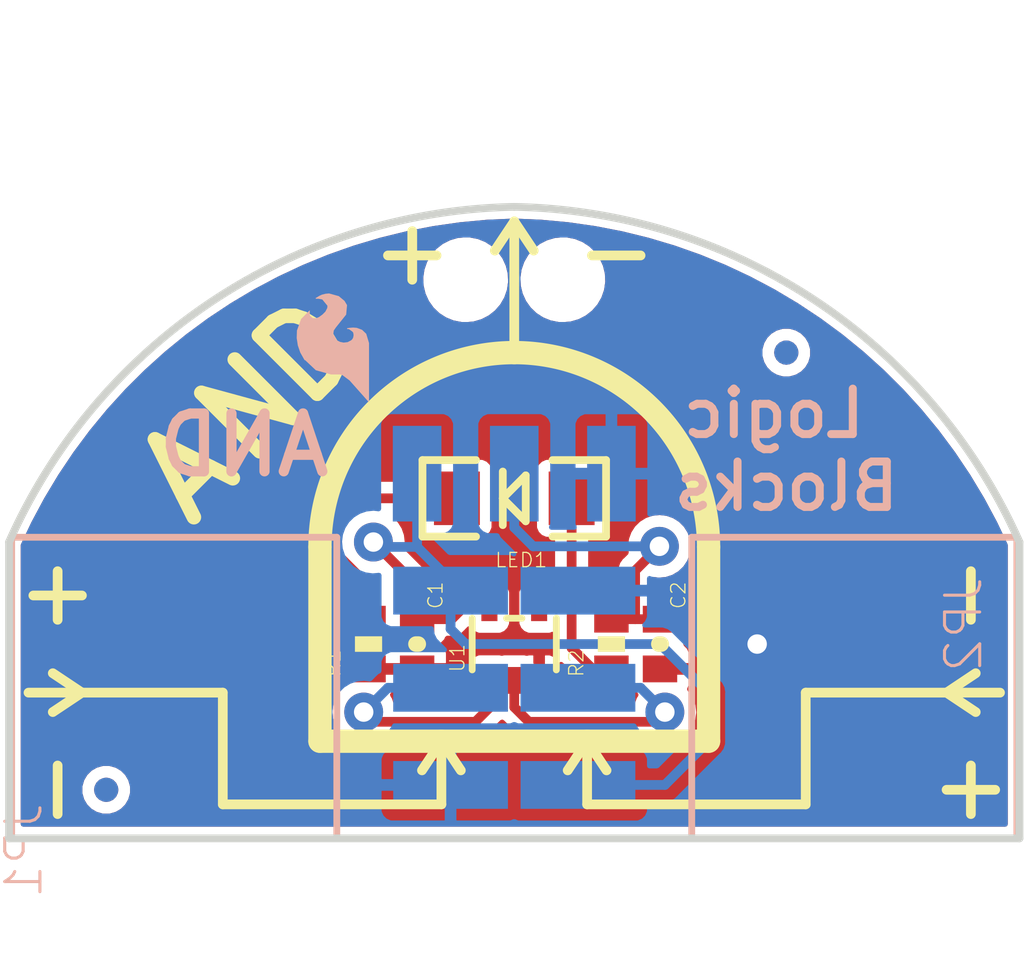
<source format=kicad_pcb>
(kicad_pcb (version 20211014) (generator pcbnew)
  (layers (0 "F.Cu" signal) (31 "B.Cu" signal) (34 "B.Paste" user) (35 "F.Paste" user) (36 "B.SilkS" user "B.Silkscreen") (37 "F.SilkS" user "F.Silkscreen") (38 "B.Mask" user) (39 "F.Mask" user) (44 "Edge.Cuts" user))
  (net 0 "")
  (net 1 "GND")
  (net 2 "VCC")
  (net 3 "N$1")
  (net 4 "N$2")
  (net 5 "N$4")
  (net 6 "N$5")
  (net 7 "N$3")
  (footprint "eagleBoard:0402-CAP" (layer "F.Cu") (at 152.3111 108.1786 -90)
    (fp_text reference "C2" (at -0.889 -0.6985 -90) (layer "F.SilkS") (effects (font (size 0.373888 0.373888) (thickness 0.032512)) (justify left bottom)))
    (fp_text value "1uF")
    (fp_line (start 0 -0.0305) (end 0 0.0305) (layer "F.SilkS") (width 0.4064))
    (pad "1" smd rect (at -0.65 0 270) (size 0.7 0.9) (layers "F.Cu" "F.Paste" "F.Mask") (net 7 "N$3"))
    (pad "2" smd rect (at 0.65 0 270) (size 0.7 0.9) (layers "F.Cu" "F.Paste" "F.Mask") (net 1 "GND"))
  )
  (footprint "eagleBoard:0402-RES" (layer "F.Cu") (at 144.6911 108.1786 90)
    (fp_text reference "R1" (at -0.889 -0.6985 90) (layer "F.SilkS") (effects (font (size 0.373888 0.373888) (thickness 0.032512)) (justify left bottom)))
    (fp_text value "200")
    (fp_poly (pts (xy -0.2032 0.3556) (xy 0.2032 0.3556) (xy 0.2032 -0.3556) (xy -0.2032 -0.3556)) (layer "F.SilkS") (width 0) (fill solid))
    (pad "1" smd rect (at -0.65 0 90) (size 0.7 0.9) (layers "F.Cu" "F.Paste" "F.Mask") (net 1 "GND"))
    (pad "2" smd rect (at 0.65 0 90) (size 0.7 0.9) (layers "F.Cu" "F.Paste" "F.Mask") (net 6 "N$5"))
  )
  (footprint "eagleBoard:0402-RES" (layer "F.Cu") (at 151.0411 108.1786 90)
    (fp_text reference "R2" (at -0.889 -0.6985 90) (layer "F.SilkS") (effects (font (size 0.373888 0.373888) (thickness 0.032512)) (justify left bottom)))
    (fp_text value "499k")
    (fp_poly (pts (xy -0.2032 0.3556) (xy 0.2032 0.3556) (xy 0.2032 -0.3556) (xy -0.2032 -0.3556)) (layer "F.SilkS") (width 0) (fill solid))
    (pad "1" smd rect (at -0.65 0 90) (size 0.7 0.9) (layers "F.Cu" "F.Paste" "F.Mask") (net 5 "N$4"))
    (pad "2" smd rect (at 0.65 0 90) (size 0.7 0.9) (layers "F.Cu" "F.Paste" "F.Mask") (net 7 "N$3"))
  )
  (footprint "eagleBoard:LED-1206" (layer "F.Cu") (at 148.5011 104.3686 180)
    (fp_text reference "LED1" (at -0.889 -1.397 180) (layer "F.SilkS") (effects (font (size 0.373888 0.373888) (thickness 0.032512)) (justify right top)))
    (fp_text value "BLUE")
    (fp_line (start 0.3 -0.7) (end 0.3 0) (layer "F.SilkS") (width 0.2032))
    (fp_line (start 1 -1) (end 2.4 -1) (layer "F.SilkS") (width 0.2032))
    (fp_line (start 0.3 0) (end 0.3 0.7) (layer "F.SilkS") (width 0.2032))
    (fp_line (start 2.4 1) (end 1 1) (layer "F.SilkS") (width 0.2032))
    (fp_line (start 2.4 -1) (end 2.4 1) (layer "F.SilkS") (width 0.2032))
    (fp_line (start -1 -1) (end -2.4 -1) (layer "F.SilkS") (width 0.2032))
    (fp_line (start 0.3 0) (end -0.3 -0.6) (layer "F.SilkS") (width 0.2032))
    (fp_line (start -2.4 -1) (end -2.4 1) (layer "F.SilkS") (width 0.2032))
    (fp_line (start -2.4 1) (end -1 1) (layer "F.SilkS") (width 0.2032))
    (fp_line (start -0.3 0.6) (end 0.3 0) (layer "F.SilkS") (width 0.2032))
    (fp_line (start -0.3 -0.6) (end -0.3 0.6) (layer "F.SilkS") (width 0.2032))
    (pad "A" smd rect (at -1.5 0 180) (size 1.2 1.4) (layers "F.Cu" "F.Paste" "F.Mask") (net 5 "N$4"))
    (pad "C" smd rect (at 1.5 0 180) (size 1.2 1.4) (layers "F.Cu" "F.Paste" "F.Mask") (net 6 "N$5"))
  )
  (footprint "eagleBoard:0402-CAP" (layer "F.Cu") (at 145.9611 108.1786 -90)
    (fp_text reference "C1" (at -0.889 -0.6985 -90) (layer "F.SilkS") (effects (font (size 0.373888 0.373888) (thickness 0.032512)) (justify left bottom)))
    (fp_text value "0.1uF")
    (fp_line (start 0 -0.0305) (end 0 0.0305) (layer "F.SilkS") (width 0.4064))
    (pad "1" smd rect (at -0.65 0 270) (size 0.7 0.9) (layers "F.Cu" "F.Paste" "F.Mask") (net 2 "VCC"))
    (pad "2" smd rect (at 0.65 0 270) (size 0.7 0.9) (layers "F.Cu" "F.Paste" "F.Mask") (net 1 "GND"))
  )
  (footprint "eagleBoard:SOT353" (layer "F.Cu") (at 148.5011 108.1786)
    (fp_text reference "U1" (at -1.27 0.762 90) (layer "F.SilkS") (effects (font (size 0.373888 0.373888) (thickness 0.032512)) (justify left bottom)))
    (fp_text value "7408SE")
    (fp_line (start 1.1 -0.675) (end 1.1 0.675) (layer "F.SilkS") (width 0.1778))
    (fp_line (start -0.2 -0.675) (end 0.2 -0.675) (layer "F.SilkS") (width 0.1778))
    (fp_line (start -1.1 0.675) (end -1.1 -0.675) (layer "F.SilkS") (width 0.1778))
    (pad "1" smd rect (at -0.65 0.95) (size 0.42 0.7) (layers "F.Cu" "F.Paste" "F.Mask") (net 3 "N$1"))
    (pad "2" smd rect (at 0 0.95) (size 0.42 0.7) (layers "F.Cu" "F.Paste" "F.Mask") (net 4 "N$2"))
    (pad "3" smd rect (at 0.65 0.95) (size 0.42 0.7) (layers "F.Cu" "F.Paste" "F.Mask") (net 1 "GND"))
    (pad "4" smd rect (at 0.65 -0.95) (size 0.42 0.7) (layers "F.Cu" "F.Paste" "F.Mask") (net 5 "N$4"))
    (pad "5" smd rect (at -0.65 -0.95) (size 0.42 0.7) (layers "F.Cu" "F.Paste" "F.Mask") (net 2 "VCC"))
  )
  (footprint "eagleBoard:MICRO-FIDUCIAL" (layer "F.Cu") (at 155.6131 100.5586)
    (fp_text reference "JP8" hide)
    (fp_text value "FIDUCIALUFIDUCIAL" hide)
    (pad "1" smd roundrect (at 0 0) (size 0.635 0.635) (layers "F.Cu" "F.Mask") (roundrect_rratio 0.5))
  )
  (footprint "eagleBoard:MICRO-FIDUCIAL" (layer "F.Cu") (at 137.8331 111.9886)
    (fp_text reference "JP7" hide)
    (fp_text value "FIDUCIALUFIDUCIAL" hide)
    (pad "1" smd roundrect (at 0 0) (size 0.635 0.635) (layers "F.Cu" "F.Mask") (roundrect_rratio 0.5))
  )
  (footprint "eagleBoard:1X03-SMD-FEMALE" (layer "B.Cu") (at 157.3911 109.3216 -90)
    (fp_text reference "JP2" (at -2.955 -3.395 90) (layer "B.SilkS") (effects (font (size 0.92 0.92) (thickness 0.08)) (justify left bottom mirror)))
    (fp_text value "INPUT")
    (fp_line (start -3.935 -4.25) (end 3.935 -4.25) (layer "B.SilkS") (width 0.1778))
    (fp_line (start 3.935 -4.25) (end 3.935 4.25) (layer "B.SilkS") (width 0.1778))
    (fp_line (start -3.935 4.25) (end -3.935 -4.25) (layer "B.SilkS") (width 0.1778))
    (fp_line (start 3.935 4.25) (end -3.935 4.25) (layer "B.SilkS") (width 0.1778))
    (pad "4" smd rect (at 2.54 7.225 90) (size 1.25 3) (layers "B.Cu" "B.Paste" "B.Mask") (net 2 "VCC"))
    (pad "5" smd rect (at 0 7.225 90) (size 1.25 3) (layers "B.Cu" "B.Paste" "B.Mask") (net 4 "N$2"))
    (pad "6" smd rect (at -2.54 7.225 90) (size 1.25 3) (layers "B.Cu" "B.Paste" "B.Mask") (net 1 "GND"))
  )
  (footprint "eagleBoard:SFE-LOGO-FLAME" (layer "B.Cu") (at 144.6911 101.8286 180)
    (fp_text reference "JP5" hide)
    (fp_text value "LOGO-SFESK" hide)
    (fp_poly (pts (xy 1.126002 2.808203) (xy 1.215449 2.785829) (xy 1.228477 2.780783) (xy 1.240149 2.774875) (xy 1.25686 2.766576) (xy 1.275552 2.759834) (xy 1.371694 2.7026) (xy 1.3793 2.7026) (xy 1.3793 2.6772) (xy 1.306833 2.6772) (xy 1.208418 2.657914) (xy 1.074855 2.495286) (xy 1.079365 2.436825) (xy 1.12809 2.341869) (xy 1.204666 2.265196) (xy 1.294069 2.200638) (xy 1.369348 2.168824) (xy 1.450737 2.171632) (xy 1.458864 2.174186) (xy 1.466257 2.177389) (xy 1.530514 2.236956) (xy 1.5368 2.259812) (xy 1.5368 2.377938) (xy 1.763707 2.148127) (xy 1.868186 1.856841) (xy 1.871603 1.856894) (xy 1.87806 1.650435) (xy 1.848857 1.45742) (xy 1.785308 1.272842) (xy 1.6663 1.061578) (xy 1.6663 1.080581) (xy 1.378131 0.80901) (xy 0.982239 0.6985) (xy 0.753005 0.6985) (xy 0.716201 0.692046) (xy 0.681776 0.679592) (xy 0.496322 0.541784) (xy -0.0126 -0.03091) (xy -0.0126 1.52077) (xy 0.060004 1.761967) (xy 0.168295 1.865489) (xy 0.307122 1.917522) (xy 0.4039 1.925089) (xy 0.499384 1.917623) (xy 0.55991 1.908099) (xy 0.557788 1.884433) (xy 0.522216 1.885242) (xy 0.501784 1.876141) (xy 0.420519 1.817154) (xy 0.400722 1.79067) (xy 0.390395 1.7285) (xy 0.400905 1.665229) (xy 0.421405 1.625174) (xy 0.452343 1.592685) (xy 0.546535 1.54355) (xy 0.652229 1.531742) (xy 0.742768 1.550084) (xy 0.82422 1.589656) (xy 0.92203 1.754659) (xy 0.907706 1.848844) (xy 0.850914 1.930401) (xy 0.584707 2.263237) (xy 0.561667 2.510855) (xy 0.627495 2.621556) (xy 0.629042 2.623103) (xy 0.778901 2.74712) (xy 1.032676 2.817064)) (layer "B.SilkS") (width 0) (fill solid))
  )
  (footprint "eagleBoard:1X03-SMD-FEMALE" (layer "B.Cu") (at 139.6111 109.3216 90)
    (fp_text reference "JP1" (at -2.955 -3.395 270) (layer "B.SilkS") (effects (font (size 0.92 0.92) (thickness 0.08)) (justify left bottom mirror)))
    (fp_text value "INPUT")
    (fp_line (start -3.935 4.25) (end -3.935 -4.25) (layer "B.SilkS") (width 0.1778))
    (fp_line (start 3.935 -4.25) (end 3.935 4.25) (layer "B.SilkS") (width 0.1778))
    (fp_line (start -3.935 -4.25) (end 3.935 -4.25) (layer "B.SilkS") (width 0.1778))
    (fp_line (start 3.935 4.25) (end -3.935 4.25) (layer "B.SilkS") (width 0.1778))
    (pad "4" smd rect (at 2.54 7.225 270) (size 1.25 3) (layers "B.Cu" "B.Paste" "B.Mask") (net 2 "VCC"))
    (pad "5" smd rect (at 0 7.225 270) (size 1.25 3) (layers "B.Cu" "B.Paste" "B.Mask") (net 3 "N$1"))
    (pad "6" smd rect (at -2.54 7.225 270) (size 1.25 3) (layers "B.Cu" "B.Paste" "B.Mask") (net 1 "GND"))
  )
  (footprint "eagleBoard:1X03_SMD_RA_MALE_POST" (layer "B.Cu") (at 148.5011 98.6536)
    (fp_text reference "JP9" hide)
    (fp_text value "OUTPUT" hide)
    (pad "" np_thru_hole circle (at 1.27 0) (size 1.6 1.6) (drill 1.6) (layers *.Cu *.Mask))
    (pad "" np_thru_hole circle (at -1.27 0) (size 1.6 1.6) (drill 1.6) (layers *.Cu *.Mask))
    (pad "1" smd rect (at -2.54 5.07 270) (size 2.5 1.27) (layers "B.Cu" "B.Paste" "B.Mask") (net 2 "VCC"))
    (pad "2" smd rect (at 0 5.07 270) (size 2.5 1.27) (layers "B.Cu" "B.Paste" "B.Mask") (net 7 "N$3"))
    (pad "3" smd rect (at 2.54 5.07 270) (size 2.5 1.27) (layers "B.Cu" "B.Paste" "B.Mask") (net 1 "GND"))
  )
  (footprint "eagleBoard:MICRO-FIDUCIAL" (layer "B.Cu") (at 137.8331 111.9886 180)
    (fp_text reference "JP4" hide)
    (fp_text value "FIDUCIALUFIDUCIAL" hide)
    (pad "1" smd roundrect (at 0 0 180) (size 0.635 0.635) (layers "B.Cu" "B.Mask") (roundrect_rratio 0.5))
  )
  (footprint "eagleBoard:MICRO-FIDUCIAL" (layer "B.Cu") (at 155.6131 100.5586 180)
    (fp_text reference "JP6" hide)
    (fp_text value "FIDUCIALUFIDUCIAL" hide)
    (pad "1" smd roundrect (at 0 0 180) (size 0.635 0.635) (layers "B.Cu" "B.Mask") (roundrect_rratio 0.5))
  )
  (gr_line (start 140.8811 109.4486) (end 137.1981 109.4486) (layer "F.SilkS") (width 0.254))
  (gr_line (start 145.8341 97.3836) (end 145.8341 98.6536) (layer "F.SilkS") (width 0.254))
  (gr_line (start 137.1981 106.9086) (end 135.9281 106.9086) (layer "F.SilkS") (width 0.254))
  (gr_arc (start 148.5011 100.5586) (mid 152.093202 102.046498) (end 153.5811 105.6386) (layer "F.SilkS") (width 0.6096))
  (gr_line (start 137.1981 109.4486) (end 136.4361 109.9566) (layer "F.SilkS") (width 0.254))
  (gr_line (start 159.8041 109.4486) (end 160.5661 109.9566) (layer "F.SilkS") (width 0.254))
  (gr_line (start 137.1981 109.4486) (end 136.4361 108.9406) (layer "F.SilkS") (width 0.254))
  (gr_line (start 146.5961 110.7186) (end 146.0881 111.4806) (layer "F.SilkS") (width 0.254))
  (gr_line (start 146.5961 110.7186) (end 147.1041 111.4806) (layer "F.SilkS") (width 0.254))
  (gr_line (start 150.4061 110.7186) (end 153.5811 110.7186) (layer "F.SilkS") (width 0.6096))
  (gr_line (start 156.1211 112.3696) (end 156.1211 109.4486) (layer "F.SilkS") (width 0.254))
  (gr_line (start 150.4061 110.7186) (end 150.4061 112.3696) (layer "F.SilkS") (width 0.254))
  (gr_line (start 150.4061 110.7186) (end 149.8981 111.4806) (layer "F.SilkS") (width 0.254))
  (gr_line (start 143.4211 105.6386) (end 143.4211 110.7186) (layer "F.SilkS") (width 0.6096))
  (gr_line (start 146.4691 98.0186) (end 145.1991 98.0186) (layer "F.SilkS") (width 0.254))
  (gr_line (start 140.8811 112.3696) (end 140.8811 109.4486) (layer "F.SilkS") (width 0.254))
  (gr_line (start 159.8041 111.9886) (end 161.0741 111.9886) (layer "F.SilkS") (width 0.254))
  (gr_line (start 153.5811 110.7186) (end 153.5811 105.6386) (layer "F.SilkS") (width 0.6096))
  (gr_line (start 148.5011 97.1296) (end 147.9931 97.8916) (layer "F.SilkS") (width 0.254))
  (gr_line (start 159.8041 109.4486) (end 156.1211 109.4486) (layer "F.SilkS") (width 0.254))
  (gr_line (start 136.5631 112.6236) (end 136.5631 111.3536) (layer "F.SilkS") (width 0.254))
  (gr_line (start 150.4061 112.3696) (end 156.1211 112.3696) (layer "F.SilkS") (width 0.254))
  (gr_line (start 148.5011 97.1296) (end 149.0091 97.8916) (layer "F.SilkS") (width 0.254))
  (gr_arc (start 143.4211 105.6386) (mid 144.908998 102.046498) (end 148.5011 100.5586) (layer "F.SilkS") (width 0.6096))
  (gr_line (start 159.8041 109.4486) (end 160.5661 108.9406) (layer "F.SilkS") (width 0.254))
  (gr_line (start 160.4391 106.2736) (end 160.4391 107.5436) (layer "F.SilkS") (width 0.254))
  (gr_line (start 160.4391 111.3536) (end 160.4391 112.6236) (layer "F.SilkS") (width 0.254))
  (gr_line (start 161.2011 109.4486) (end 159.8041 109.4486) (layer "F.SilkS") (width 0.254))
  (gr_line (start 151.8031 98.0186) (end 150.5331 98.0186) (layer "F.SilkS") (width 0.254))
  (gr_line (start 137.1981 109.4486) (end 135.8011 109.4486) (layer "F.SilkS") (width 0.254))
  (gr_line (start 146.5961 110.7186) (end 150.4061 110.7186) (layer "F.SilkS") (width 0.6096))
  (gr_line (start 146.5961 112.3696) (end 146.5961 110.7186) (layer "F.SilkS") (width 0.254))
  (gr_line (start 150.4061 110.7186) (end 150.9141 111.4806) (layer "F.SilkS") (width 0.254))
  (gr_line (start 146.5961 112.3696) (end 140.8811 112.3696) (layer "F.SilkS") (width 0.254))
  (gr_line (start 136.5631 107.5436) (end 136.5631 106.2736) (layer "F.SilkS") (width 0.254))
  (gr_line (start 148.5011 100.5586) (end 148.5011 97.1296) (layer "F.SilkS") (width 0.254))
  (gr_line (start 143.4211 110.7186) (end 146.5961 110.7186) (layer "F.SilkS") (width 0.6096))
  (gr_arc (start 135.2931 105.5116) (mid 140.620009 99.20521) (end 148.501099 96.748601) (layer "Edge.Cuts") (width 0.2032))
  (gr_line (start 135.2931 113.2586) (end 161.7091 113.2586) (layer "Edge.Cuts") (width 0.2032))
  (gr_arc (start 148.5011 96.7486) (mid 156.382191 99.205209) (end 161.7091 105.5116) (layer "Edge.Cuts") (width 0.2032))
  (gr_line (start 135.2931 113.2586) (end 135.2931 105.5116) (layer "Edge.Cuts") (width 0.2032))
  (gr_line (start 161.7091 105.5116) (end 161.7091 113.2586) (layer "Edge.Cuts") (width 0.2032))
  (gr_text "AND" (at 143.8021 103.8606) (layer "B.SilkS") (effects (font (size 1.5113 1.5113) (thickness 0.2667)) (justify left bottom mirror)))
  (gr_text "Blocks" (at 158.6611 104.7496) (layer "B.SilkS") (effects (font (size 1.18745 1.18745) (thickness 0.20955)) (justify left bottom mirror)))
  (gr_text "Logic" (at 157.7721 102.8446) (layer "B.SilkS") (effects (font (size 1.18745 1.18745) (thickness 0.20955)) (justify left bottom mirror)))
  (gr_text "N" (at 141.5081 103.8799 45) (layer "F.SilkS") (effects (font (size 2.159 2.159) (thickness 0.381)) (justify left bottom)))
  (gr_text "A" (at 140.0033 105.3848 45) (layer "F.SilkS") (effects (font (size 2.159 2.159) (thickness 0.381)) (justify left bottom)))
  (gr_text "D" (at 143.0131 102.3751 45) (layer "F.SilkS") (effects (font (size 2.159 2.159) (thickness 0.381)) (justify left bottom)))
  (via (at 154.8511 108.1786) (size 1.016) (drill 0.508) (layers "F.Cu" "B.Cu") (net 1))
  (segment (start 145.9611 107.5286) (end 146.8651 107.5286) (width 0.254) (layer "F.Cu") (net 2))
  (segment (start 146.8651 107.5286) (end 147.1651 107.2286) (width 0.254) (layer "F.Cu") (net 2))
  (segment (start 145.9611 106.6546) (end 145.9611 107.5286) (width 0.254) (layer "F.Cu") (net 2))
  (segment (start 147.1651 107.2286) (end 147.8511 107.2286) (width 0.254) (layer "F.Cu") (net 2))
  (segment (start 144.8181 105.5116) (end 145.9611 106.6546) (width 0.254) (layer "F.Cu") (net 2))
  (via (at 144.8181 105.5116) (size 1.016) (drill 0.508) (layers "F.Cu" "B.Cu") (net 2))
  (segment (start 153.5811 110.7186) (end 153.5811 109.4486) (width 0.254) (layer "B.Cu") (net 2))
  (segment (start 153.5811 109.4486) (end 152.3111 108.1786) (width 0.254) (layer "B.Cu") (net 2))
  (segment (start 146.8361 106.7816) (end 146.8361 106.5136) (width 0.254) (layer "B.Cu") (net 2))
  (segment (start 144.9451 105.6386) (end 144.8181 105.5116) (width 0.254) (layer "B.Cu") (net 2))
  (segment (start 152.3111 108.1786) (end 147.2311 108.1786) (width 0.254) (layer "B.Cu") (net 2))
  (segment (start 147.2311 108.1786) (end 146.8361 107.7836) (width 0.254) (layer "B.Cu") (net 2))
  (segment (start 146.8361 107.7836) (end 146.8361 106.7816) (width 0.254) (layer "B.Cu") (net 2))
  (segment (start 150.1661 111.8616) (end 152.4381 111.8616) (width 0.254) (layer "B.Cu") (net 2))
  (segment (start 152.4381 111.8616) (end 153.5811 110.7186) (width 0.254) (layer "B.Cu") (net 2))
  (segment (start 146.8361 106.5136) (end 145.9611 105.6386) (width 0.254) (layer "B.Cu") (net 2))
  (segment (start 145.9611 105.6386) (end 144.9451 105.6386) (width 0.254) (layer "B.Cu") (net 2))
  (segment (start 145.9611 105.6386) (end 145.9611 103.7236) (width 0.254) (layer "B.Cu") (net 2))
  (segment (start 147.8511 109.8446) (end 147.8511 109.1286) (width 0.254) (layer "F.Cu") (net 3))
  (segment (start 147.4851 110.2106) (end 147.8511 109.8446) (width 0.254) (layer "F.Cu") (net 3))
  (segment (start 144.8181 110.2106) (end 147.4851 110.2106) (width 0.254) (layer "F.Cu") (net 3))
  (segment (start 144.5641 109.9566) (end 144.8181 110.2106) (width 0.254) (layer "F.Cu") (net 3))
  (via (at 144.5641 109.9566) (size 1.016) (drill 0.508) (layers "F.Cu" "B.Cu") (net 3))
  (segment (start 144.5641 109.9566) (end 145.1991 109.3216) (width 0.254) (layer "B.Cu") (net 3))
  (segment (start 145.1991 109.3216) (end 146.8361 109.3216) (width 0.254) (layer "B.Cu") (net 3))
  (segment (start 148.8821 110.2106) (end 152.1841 110.2106) (width 0.254) (layer "F.Cu") (net 4))
  (segment (start 152.1841 110.2106) (end 152.4381 109.9566) (width 0.254) (layer "F.Cu") (net 4))
  (segment (start 148.5011 109.8296) (end 148.8821 110.2106) (width 0.254) (layer "F.Cu") (net 4))
  (segment (start 148.5011 109.1286) (end 148.5011 109.8296) (width 0.254) (layer "F.Cu") (net 4))
  (via (at 152.4381 109.9566) (size 1.016) (drill 0.508) (layers "F.Cu" "B.Cu") (net 4))
  (segment (start 151.8031 109.3216) (end 150.1661 109.3216) (width 0.254) (layer "B.Cu") (net 4))
  (segment (start 152.4381 109.9566) (end 151.8031 109.3216) (width 0.254) (layer "B.Cu") (net 4))
  (segment (start 150.0011 108.2816) (end 150.0011 107.2286) (width 0.254) (layer "F.Cu") (net 5))
  (segment (start 150.0011 108.2816) (end 150.5481 108.8286) (width 0.254) (layer "F.Cu") (net 5))
  (segment (start 150.5481 108.8286) (end 151.0411 108.8286) (width 0.254) (layer "F.Cu") (net 5))
  (segment (start 150.0011 106.9086) (end 150.0011 107.2286) (width 0.254) (layer "F.Cu") (net 5))
  (segment (start 150.0011 106.9086) (end 150.0011 104.3686) (width 0.254) (layer "F.Cu") (net 5))
  (segment (start 150.0011 107.2286) (end 149.1511 107.2286) (width 0.254) (layer "F.Cu") (net 5))
  (segment (start 144.5641 104.3686) (end 147.0011 104.3686) (width 0.254) (layer "F.Cu") (net 6))
  (segment (start 143.8021 105.1306) (end 144.5641 104.3686) (width 0.254) (layer "F.Cu") (net 6))
  (segment (start 143.8021 105.7656) (end 143.8021 105.1306) (width 0.254) (layer "F.Cu") (net 6))
  (segment (start 144.6911 107.5286) (end 144.6911 106.6546) (width 0.254) (layer "F.Cu") (net 6))
  (segment (start 144.6911 106.6546) (end 143.8021 105.7656) (width 0.254) (layer "F.Cu") (net 6))
  (segment (start 151.6611 106.2586) (end 151.6611 107.5286) (width 0.254) (layer "F.Cu") (net 7))
  (segment (start 151.6611 107.5286) (end 151.0411 107.5286) (width 0.254) (layer "F.Cu") (net 7))
  (segment (start 151.6611 107.5286) (end 152.3111 107.5286) (width 0.254) (layer "F.Cu") (net 7))
  (segment (start 152.2961 105.6236) (end 151.6611 106.2586) (width 0.254) (layer "F.Cu") (net 7))
  (via (at 152.2961 105.6236) (size 1.016) (drill 0.508) (layers "F.Cu" "B.Cu") (net 7))
  (segment (start 148.5011 105.1306) (end 148.9941 105.6236) (width 0.254) (layer "B.Cu") (net 7))
  (segment (start 148.5011 103.7236) (end 148.5011 105.1306) (width 0.254) (layer "B.Cu") (net 7))
  (segment (start 148.9941 105.6236) (end 152.2961 105.6236) (width 0.254) (layer "B.Cu") (net 7))
  (zone (net 1) (net_name "GND") (layer "F.Cu") (priority 6) (connect_pads (clearance 0.3048)) (min_thickness 0.127) (fill yes (thermal_gap 0.304) (thermal_bridge_width 0.304))
    (polygon (pts (xy 149.269787 96.655575) (xy 150.033349 96.729024) (xy 150.792108 96.841733) (xy 151.54405 96.9934) (xy 152.287175 97.183624) (xy 153.019506 97.411898) (xy 153.739099 97.677618) (xy 154.444039 97.980073) (xy 155.132453 98.318462) (xy 155.802508 98.691884) (xy 156.452426 99.099347) (xy 157.080478 99.539768) (xy 157.684995 100.011975) (xy 158.264368 100.514713) (xy 158.817058 101.046648) (xy 159.341596 101.606361) (xy 159.836586 102.192369) (xy 160.300714 102.80311) (xy 160.732744 103.436963) (xy 161.132382 104.09364) (xy 161.8361 105.481237) (xy 161.8361 113.3856) (xy 135.1661 113.3856) (xy 135.1661 105.482962) (xy 135.50619 104.767202) (xy 135.87067 104.09224) (xy 136.269456 103.436961) (xy 136.701487 102.80311) (xy 137.165614 102.192369) (xy 137.660605 101.606361) (xy 138.185142 101.046648) (xy 138.737833 100.514714) (xy 139.317205 100.011975) (xy 139.921722 99.539768) (xy 140.549774 99.099347) (xy 141.199692 98.691885) (xy 141.869748 98.318462) (xy 142.558161 97.980073) (xy 143.263101 97.677617) (xy 143.982694 97.411899) (xy 144.715025 97.183625) (xy 145.45815 96.993401) (xy 146.210092 96.841733) (xy 146.970473 96.728783) (xy 148.49946 96.621402)))
  )
  (zone (net 1) (net_name "GND") (layer "B.Cu") (priority 6) (connect_pads (clearance 0.3048)) (min_thickness 0.127) (fill yes (thermal_gap 0.304) (thermal_bridge_width 0.304))
    (polygon (pts (xy 149.269787 96.655575) (xy 150.033349 96.729024) (xy 150.792108 96.841733) (xy 151.54405 96.9934) (xy 152.287175 97.183624) (xy 153.019506 97.411898) (xy 153.739099 97.677618) (xy 154.444039 97.980073) (xy 155.132453 98.318462) (xy 155.802508 98.691884) (xy 156.452426 99.099347) (xy 157.080478 99.539768) (xy 157.684995 100.011975) (xy 158.264368 100.514713) (xy 158.817058 101.046648) (xy 159.341596 101.606361) (xy 159.836586 102.192369) (xy 160.300714 102.80311) (xy 160.732744 103.436963) (xy 161.132382 104.09364) (xy 161.8361 105.481237) (xy 161.8361 113.3856) (xy 135.1661 113.3856) (xy 135.1661 105.482962) (xy 135.50619 104.767202) (xy 135.87067 104.09224) (xy 136.269456 103.436961) (xy 136.701487 102.80311) (xy 137.165614 102.192369) (xy 137.660605 101.606361) (xy 138.185142 101.046648) (xy 138.737833 100.514714) (xy 139.317205 100.011975) (xy 139.921722 99.539768) (xy 140.549774 99.099347) (xy 141.199692 98.691885) (xy 141.869748 98.318462) (xy 142.558161 97.980073) (xy 143.263101 97.677617) (xy 143.982694 97.411899) (xy 144.715025 97.183625) (xy 145.45815 96.993401) (xy 146.210092 96.841733) (xy 146.970473 96.728783) (xy 148.49946 96.621402)))
  )
)
</source>
